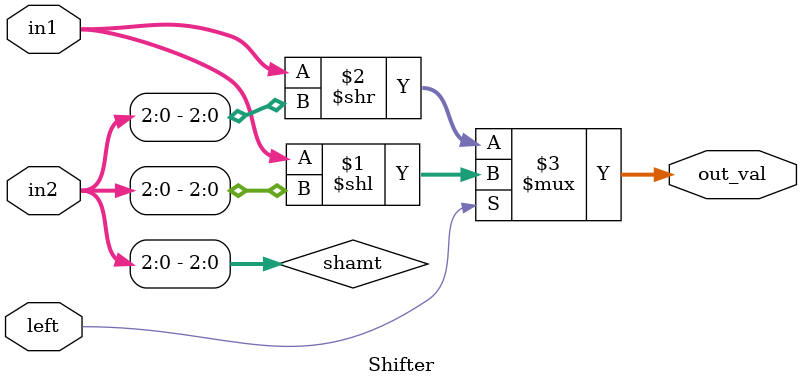
<source format=sv>
module Shifter(
        input logic[7:0]    in1,
                            in2,
        input logic left,

        output logic[7:0] out_val
    );

    //get the shift amount
    logic [2:0] shamt;

    assign shamt = in2[2:0];
    assign out_val = left? (in1 << shamt) : (in1 >> shamt);
endmodule
</source>
